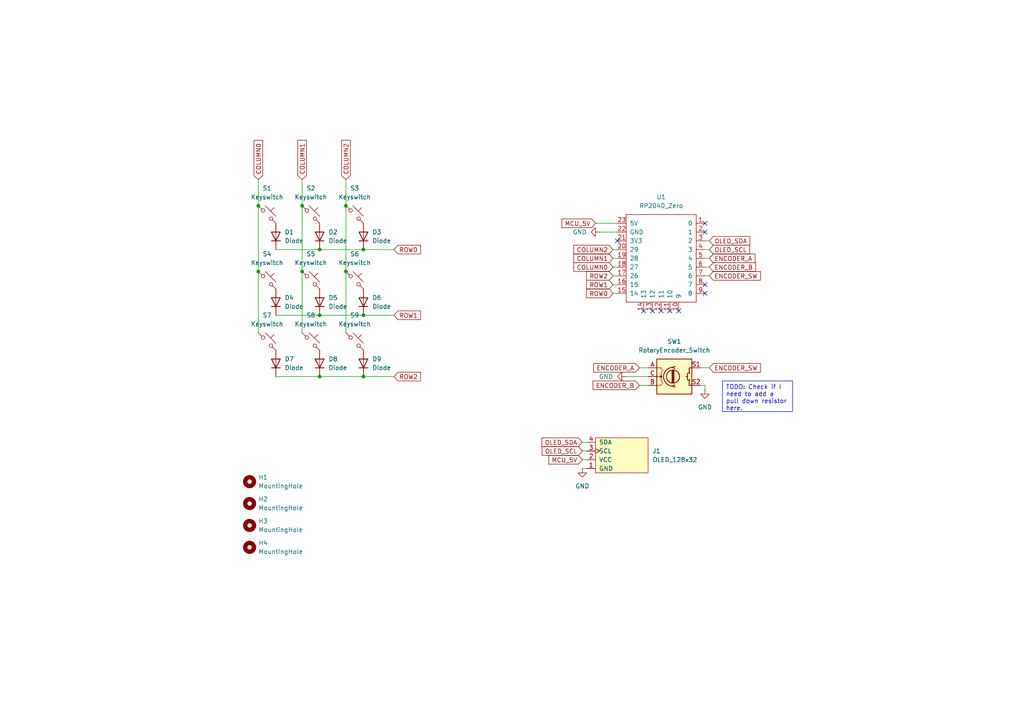
<source format=kicad_sch>
(kicad_sch (version 20231120) (generator "eeschema") (generator_version "8.0")
  (paper "A4")
  (title_block (title "CoryDora") (date "2024-03-08") (rev "0.1") (company "Balu's Lab"))
  (lib_symbols
    (symbol "Device:RotaryEncoder_Switch" (pin_names (offset 0.254) hide)
      (property "Reference" "SW" (at 0 6.604 0))
      (property "Value" "RotaryEncoder_Switch" (at 0 -6.604 0))
      (symbol "RotaryEncoder_Switch_0_1"
        (rectangle (start -5.08 5.08) (end 5.08 -5.08) (stroke (width 0.254)) (fill (type background)))
        (circle (center -3.81 0) (radius 0.254) (fill (type outline)))
        (circle (center -0.381 0) (radius 1.905) (stroke (width 0.254)))
        (arc (start -0.381 2.667) (mid -3.0988 -0.0635) (end -0.381 -2.794) (stroke (width 0.254)))
        (polyline (pts (xy -0.635 -1.778) (xy -0.635 1.778)) (stroke (width 0.254)))
        (polyline (pts (xy -0.381 -1.778) (xy -0.381 1.778)) (stroke (width 0.254)))
        (polyline (pts (xy -0.127 1.778) (xy -0.127 -1.778)) (stroke (width 0.254)))
        (polyline (pts (xy 3.81 0) (xy 3.429 0)) (stroke (width 0.254)))
        (polyline (pts (xy 3.81 1.016) (xy 3.81 -1.016)) (stroke (width 0.254)))
        (polyline (pts (xy -5.08 -2.54) (xy -3.81 -2.54) (xy -3.81 -2.032)))
        (polyline (pts (xy -5.08 2.54) (xy -3.81 2.54) (xy -3.81 2.032)))
        (polyline (pts (xy 0.254 -3.048) (xy -0.508 -2.794) (xy 0.127 -2.413)) (stroke (width 0.254)))
        (polyline (pts (xy 0.254 2.921) (xy -0.508 2.667) (xy 0.127 2.286)) (stroke (width 0.254)))
        (polyline (pts (xy 5.08 -2.54) (xy 4.318 -2.54) (xy 4.318 -1.016)) (stroke (width 0.254)))
        (polyline (pts (xy 5.08 2.54) (xy 4.318 2.54) (xy 4.318 1.016)) (stroke (width 0.254)))
        (polyline (pts (xy -5.08 0) (xy -3.81 0) (xy -3.81 -1.016) (xy -3.302 -2.032)))
        (polyline (pts (xy -4.318 0) (xy -3.81 0) (xy -3.81 1.016) (xy -3.302 2.032)))
        (circle (center 4.318 -1.016) (radius 0.127) (stroke (width 0.254)))
        (circle (center 4.318 1.016) (radius 0.127) (stroke (width 0.254)))
      )
      (symbol "RotaryEncoder_Switch_1_1"
        (pin passive line (at -7.62 2.54 0) (length 2.54) (name "A") (number "A"))
        (pin passive line (at -7.62 -2.54 0) (length 2.54) (name "B") (number "B"))
        (pin passive line (at -7.62 0 0) (length 2.54) (name "C") (number "C"))
        (pin passive line (at 7.62 2.54 180) (length 2.54) (name "S1") (number "S1"))
        (pin passive line (at 7.62 -2.54 180) (length 2.54) (name "S2") (number "S2"))
      )
    )
    (symbol "Mechanical:MountingHole" (pin_names (offset 1.016))
      (property "Reference" "H" (at 0 5.08 0))
      (property "Value" "MountingHole" (at 0 3.175 0))
      (symbol "MountingHole_0_1"
        (circle (center 0 0) (radius 1.27) (stroke (width 1.27)))
      )
    )
    (symbol "ScottoKeebs:MCU_RP2040_Zero" (pin_names (offset 1.016))
      (property "Reference" "U" (at 0 15.24 0))
      (property "Value" "RP2040_Zero" (at 0 12.7 0))
      (symbol "MCU_RP2040_Zero_0_1"
        (rectangle (start -10.16 11.43) (end 10.16 -13.97))
      )
      (symbol "MCU_RP2040_Zero_1_1"
        (pin bidirectional line (at 12.7 8.89 180) (length 2.54) (name "0") (number "1"))
        (pin bidirectional line (at 5.08 -16.51 90) (length 2.54) (name "9") (number "10"))
        (pin bidirectional line (at 2.54 -16.51 90) (length 2.54) (name "10") (number "11"))
        (pin bidirectional line (at 0 -16.51 90) (length 2.54) (name "11") (number "12"))
        (pin bidirectional line (at -2.54 -16.51 90) (length 2.54) (name "12") (number "13"))
        (pin bidirectional line (at -5.08 -16.51 90) (length 2.54) (name "13") (number "14"))
        (pin bidirectional line (at -12.7 -11.43 0) (length 2.54) (name "14") (number "15"))
        (pin bidirectional line (at -12.7 -8.89 0) (length 2.54) (name "15") (number "16"))
        (pin bidirectional line (at -12.7 -6.35 0) (length 2.54) (name "26") (number "17"))
        (pin bidirectional line (at -12.7 -3.81 0) (length 2.54) (name "27") (number "18"))
        (pin bidirectional line (at -12.7 -1.27 0) (length 2.54) (name "28") (number "19"))
        (pin bidirectional line (at 12.7 6.35 180) (length 2.54) (name "1") (number "2"))
        (pin bidirectional line (at -12.7 1.27 0) (length 2.54) (name "29") (number "20"))
        (pin power_out line (at -12.7 3.81 0) (length 2.54) (name "3V3") (number "21"))
        (pin power_out line (at -12.7 6.35 0) (length 2.54) (name "GND") (number "22"))
        (pin power_out line (at -12.7 8.89 0) (length 2.54) (name "5V") (number "23"))
        (pin bidirectional line (at 12.7 3.81 180) (length 2.54) (name "2") (number "3"))
        (pin bidirectional line (at 12.7 1.27 180) (length 2.54) (name "3") (number "4"))
        (pin bidirectional line (at 12.7 -1.27 180) (length 2.54) (name "4") (number "5"))
        (pin bidirectional line (at 12.7 -3.81 180) (length 2.54) (name "5") (number "6"))
        (pin bidirectional line (at 12.7 -6.35 180) (length 2.54) (name "6") (number "7"))
        (pin bidirectional line (at 12.7 -8.89 180) (length 2.54) (name "7") (number "8"))
        (pin bidirectional line (at 12.7 -11.43 180) (length 2.54) (name "8") (number "9"))
      )
    )
    (symbol "ScottoKeebs:OLED_128x32" (pin_names (offset 1.016))
      (property "Reference" "J" (at 0 -6.35 0))
      (property "Value" "OLED_128x32" (at 0 6.35 0))
      (symbol "OLED_128x32_0_1"
        (rectangle (start 0 5.08) (end 15.24 -5.08) (fill (type background)))
      )
      (symbol "OLED_128x32_1_1"
        (pin power_in line (at -2.54 -3.81 0) (length 2.54) (name "GND") (number "1"))
        (pin power_in line (at -2.54 -1.27 0) (length 2.54) (name "VCC") (number "2"))
        (pin input clock (at -2.54 1.27 0) (length 2.54) (name "SCL") (number "3"))
        (pin bidirectional line (at -2.54 3.81 0) (length 2.54) (name "SDA") (number "4"))
      )
    )
    (symbol "ScottoKeebs:Placeholder_Diode" (pin_numbers hide) (pin_names hide)
      (property "Reference" "D" (at 0 2.54 0))
      (property "Value" "Diode" (at 0 -2.54 0))
      (symbol "Placeholder_Diode_0_1"
        (polyline (pts (xy -1.27 1.27) (xy -1.27 -1.27)) (stroke (width 0.254)))
        (polyline (pts (xy 1.27 0) (xy -1.27 0)))
        (polyline (pts (xy 1.27 1.27) (xy 1.27 -1.27) (xy -1.27 0) (xy 1.27 1.27)) (stroke (width 0.254)))
      )
      (symbol "Placeholder_Diode_1_1"
        (pin passive line (at -3.81 0 0) (length 2.54) (name "K") (number "1"))
        (pin passive line (at 3.81 0 180) (length 2.54) (name "A") (number "2"))
      )
    )
    (symbol "ScottoKeebs:Placeholder_Keyswitch" (pin_numbers hide) (pin_names (offset 1.016) hide)
      (property "Reference" "S" (at 3.048 1.016 0))
      (property "Value" "Keyswitch" (at 0 -3.81 0))
      (symbol "Placeholder_Keyswitch_0_1"
        (circle (center -1.1684 1.1684) (radius 0.508))
        (polyline (pts (xy -0.508 2.54) (xy 2.54 -0.508)))
        (polyline (pts (xy 1.016 1.016) (xy 2.032 2.032)))
        (polyline (pts (xy -2.54 2.54) (xy -1.524 1.524) (xy -1.524 1.524)))
        (polyline (pts (xy 1.524 -1.524) (xy 2.54 -2.54) (xy 2.54 -2.54) (xy 2.54 -2.54)))
        (circle (center 1.143 -1.1938) (radius 0.508))
        (pin passive line (at -2.54 2.54 0) (length 0) (name "1") (number "1"))
        (pin passive line (at 2.54 -2.54 180) (length 0) (name "2") (number "2"))
      )
    )
    (symbol "power:GND" (power) (pin_numbers hide) (pin_names (offset 0) hide)
      (property "Value" "GND" (at 0 -3.81 0))
      (symbol "GND_0_1"
        (polyline (pts (xy 0 0) (xy 0 -1.27) (xy 1.27 -1.27) (xy 0 -2.54) (xy -1.27 -1.27) (xy 0 -1.27)))
      )
      (symbol "GND_1_1"
        (pin power_in line (at 0 0 270) (length 0) (name "~") (number "1"))
      )
    )
  )
  (junction (at 92.71 109.22))
  (junction (at 100.33 78.74))
  (junction (at 92.71 91.44))
  (junction (at 87.63 78.74))
  (junction (at 74.93 78.74))
  (junction (at 105.41 109.22))
  (junction (at 74.93 59.69))
  (junction (at 100.33 59.69))
  (junction (at 87.63 59.69))
  (junction (at 92.71 72.39))
  (junction (at 105.41 72.39))
  (junction (at 105.41 91.44))
  (no_connect (at 204.47 82.55))
  (no_connect (at 186.69 90.17))
  (no_connect (at 179.07 69.85))
  (no_connect (at 189.23 90.17))
  (no_connect (at 204.47 64.77))
  (no_connect (at 204.47 85.09))
  (no_connect (at 194.31 90.17))
  (no_connect (at 191.77 90.17))
  (no_connect (at 204.47 67.31))
  (no_connect (at 196.85 90.17))
  (wire (pts (xy 173.99 67.31) (xy 179.07 67.31)))
  (wire (pts (xy 181.61 109.22) (xy 187.96 109.22)))
  (wire (pts (xy 205.74 77.47) (xy 204.47 77.47)))
  (wire (pts (xy 205.74 80.01) (xy 204.47 80.01)))
  (wire (pts (xy 168.91 135.89) (xy 170.18 135.89)))
  (wire (pts (xy 168.91 130.81) (xy 170.18 130.81)))
  (wire (pts (xy 100.33 78.74) (xy 100.33 96.52)))
  (wire (pts (xy 205.74 72.39) (xy 204.47 72.39)))
  (wire (pts (xy 80.01 91.44) (xy 92.71 91.44)))
  (wire (pts (xy 87.63 52.07) (xy 87.63 59.69)))
  (wire (pts (xy 172.72 64.77) (xy 179.07 64.77)))
  (wire (pts (xy 114.3 109.22) (xy 105.41 109.22)))
  (wire (pts (xy 114.3 91.44) (xy 105.41 91.44)))
  (wire (pts (xy 87.63 78.74) (xy 87.63 96.52)))
  (wire (pts (xy 185.42 111.76) (xy 187.96 111.76)))
  (wire (pts (xy 177.8 72.39) (xy 179.07 72.39)))
  (wire (pts (xy 168.91 128.27) (xy 170.18 128.27)))
  (wire (pts (xy 80.01 109.22) (xy 92.71 109.22)))
  (wire (pts (xy 205.74 74.93) (xy 204.47 74.93)))
  (wire (pts (xy 205.74 106.68) (xy 203.2 106.68)))
  (wire (pts (xy 92.71 91.44) (xy 105.41 91.44)))
  (wire (pts (xy 177.8 82.55) (xy 179.07 82.55)))
  (wire (pts (xy 80.01 72.39) (xy 92.71 72.39)))
  (wire (pts (xy 92.71 72.39) (xy 105.41 72.39)))
  (wire (pts (xy 204.47 111.76) (xy 203.2 111.76)))
  (wire (pts (xy 168.91 133.35) (xy 170.18 133.35)))
  (wire (pts (xy 177.8 80.01) (xy 179.07 80.01)))
  (wire (pts (xy 74.93 59.69) (xy 74.93 78.74)))
  (wire (pts (xy 177.8 77.47) (xy 179.07 77.47)))
  (wire (pts (xy 92.71 109.22) (xy 105.41 109.22)))
  (wire (pts (xy 177.8 74.93) (xy 179.07 74.93)))
  (wire (pts (xy 204.47 113.03) (xy 204.47 111.76)))
  (wire (pts (xy 100.33 52.07) (xy 100.33 59.69)))
  (wire (pts (xy 74.93 78.74) (xy 74.93 96.52)))
  (wire (pts (xy 105.41 72.39) (xy 114.3 72.39)))
  (wire (pts (xy 100.33 59.69) (xy 100.33 78.74)))
  (wire (pts (xy 87.63 59.69) (xy 87.63 78.74)))
  (wire (pts (xy 205.74 69.85) (xy 204.47 69.85)))
  (wire (pts (xy 185.42 106.68) (xy 187.96 106.68)))
  (wire (pts (xy 177.8 85.09) (xy 179.07 85.09)))
  (wire (pts (xy 74.93 52.07) (xy 74.93 59.69)))
  (text_box "TODO: Check if I need to add a pull down resistor here.\n" (at 209.55 110.49 0) (size 20.32 8.89) (effects (font (size 1.27 1.27)) (justify left top)))
  (global_label "COLUMN0" (shape input) (at 74.93 52.07 90) (property "Intersheetrefs" "${INTERSHEET_REFS}" (effects (hide yes))))
  (global_label "COLUMN0" (shape input) (at 177.8 77.47 180) (property "Intersheetrefs" "${INTERSHEET_REFS}" (effects (hide yes))))
  (global_label "ROW0" (shape input) (at 177.8 85.09 180) (property "Intersheetrefs" "${INTERSHEET_REFS}" (effects (hide yes))))
  (global_label "ENCODER_SW" (shape input) (at 205.74 80.01 0) (property "Intersheetrefs" "${INTERSHEET_REFS}" (effects (hide yes))))
  (global_label "ENCODER_B" (shape input) (at 205.74 77.47 0) (property "Intersheetrefs" "${INTERSHEET_REFS}" (effects (hide yes))))
  (global_label "ENCODER_SW" (shape input) (at 205.74 106.68 0) (property "Intersheetrefs" "${INTERSHEET_REFS}" (effects (hide yes))))
  (global_label "COLUMN2" (shape input) (at 100.33 52.07 90) (property "Intersheetrefs" "${INTERSHEET_REFS}" (effects (hide yes))))
  (global_label "ROW1" (shape input) (at 177.8 82.55 180) (property "Intersheetrefs" "${INTERSHEET_REFS}" (effects (hide yes))))
  (global_label "OLED_SCL" (shape input) (at 168.91 130.81 180) (property "Intersheetrefs" "${INTERSHEET_REFS}" (effects (hide yes))))
  (global_label "ROW2" (shape input) (at 114.3 109.22 0) (property "Intersheetrefs" "${INTERSHEET_REFS}" (effects (hide yes))))
  (global_label "OLED_SDA" (shape input) (at 205.74 69.85 0) (property "Intersheetrefs" "${INTERSHEET_REFS}" (effects (hide yes))))
  (global_label "ROW0" (shape input) (at 114.3 72.39 0) (property "Intersheetrefs" "${INTERSHEET_REFS}" (effects (hide yes))))
  (global_label "COLUMN1" (shape input) (at 87.63 52.07 90) (property "Intersheetrefs" "${INTERSHEET_REFS}" (effects (hide yes))))
  (global_label "OLED_SDA" (shape input) (at 168.91 128.27 180) (property "Intersheetrefs" "${INTERSHEET_REFS}" (effects (hide yes))))
  (global_label "ROW2" (shape input) (at 177.8 80.01 180) (property "Intersheetrefs" "${INTERSHEET_REFS}" (effects (hide yes))))
  (global_label "MCU_5V" (shape input) (at 172.72 64.77 180) (property "Intersheetrefs" "${INTERSHEET_REFS}" (effects (hide yes))))
  (global_label "COLUMN1" (shape input) (at 177.8 74.93 180) (property "Intersheetrefs" "${INTERSHEET_REFS}" (effects (hide yes))))
  (global_label "MCU_5V" (shape input) (at 168.91 133.35 180) (property "Intersheetrefs" "${INTERSHEET_REFS}" (effects (hide yes))))
  (global_label "ENCODER_B" (shape input) (at 185.42 111.76 180) (property "Intersheetrefs" "${INTERSHEET_REFS}" (effects (hide yes))))
  (global_label "ROW1" (shape input) (at 114.3 91.44 0) (property "Intersheetrefs" "${INTERSHEET_REFS}" (effects (hide yes))))
  (global_label "OLED_SCL" (shape input) (at 205.74 72.39 0) (property "Intersheetrefs" "${INTERSHEET_REFS}" (effects (hide yes))))
  (global_label "COLUMN2" (shape input) (at 177.8 72.39 180) (property "Intersheetrefs" "${INTERSHEET_REFS}" (effects (hide yes))))
  (global_label "ENCODER_A" (shape input) (at 185.42 106.68 180) (property "Intersheetrefs" "${INTERSHEET_REFS}" (effects (hide yes))))
  (global_label "ENCODER_A" (shape input) (at 205.74 74.93 0) (property "Intersheetrefs" "${INTERSHEET_REFS}" (effects (hide yes))))
  (symbol (lib_id "power:GND") (at 173.99 67.31 270) (unit 1)
    (property "Reference" "#PWR02" (effects (hide yes)))
    (property "Value" "GND" (at 170.18 67.3099 90) (effects (justify right)))
    (property "Description" "Power symbol creates a global label with name \"GND\" , ground" (effects (hide yes)))
  )
  (symbol (lib_id "ScottoKeebs:Placeholder_Keyswitch") (at 90.17 99.06 0) (unit 1)
    (property "Reference" "S8" (at 90.17 91.44 0))
    (property "Value" "Keyswitch" (at 90.17 93.98 0))
    (property "Footprint" "ScottoKeebs_Hotswap:Hotswap_MX_Plated_1.00u" (effects (hide yes)))
    (property "Description" "Push button switch, normally open, two pins, 45° tilted" (effects (hide yes)))
  )
  (symbol (lib_id "power:GND") (at 181.61 109.22 270) (unit 1)
    (property "Reference" "#PWR03" (effects (hide yes)))
    (property "Value" "GND" (at 177.8 109.2199 90) (effects (justify right)))
    (property "Description" "Power symbol creates a global label with name \"GND\" , ground" (effects (hide yes)))
  )
  (symbol (lib_id "Mechanical:MountingHole") (at 72.39 139.7 0) (unit 1)
    (property "Reference" "H1" (at 74.93 138.4299 0) (effects (justify left)))
    (property "Value" "MountingHole" (at 74.93 140.9699 0) (effects (justify left)))
    (property "Footprint" "MountingHole:MountingHole_2.2mm_M2" (effects (hide yes)))
    (property "Description" "Mounting Hole without connection" (effects (hide yes)))
  )
  (symbol (lib_id "ScottoKeebs:Placeholder_Diode") (at 105.41 68.58 90) (unit 1)
    (property "Reference" "D3" (at 107.95 67.3099 90) (effects (justify right)))
    (property "Value" "Diode" (at 107.95 69.8499 90) (effects (justify right)))
    (property "Footprint" "ScottoKeebs_Components:Diode_DO-35" (effects (hide yes)))
    (property "Description" "1N4148 (DO-35) or 1N4148W (SOD-123)" (effects (hide yes)))
    (property "Sim.Device" "D" (effects (hide yes)))
    (property "Sim.Pins" "1=K 2=A" (effects (hide yes)))
  )
  (symbol (lib_id "ScottoKeebs:Placeholder_Keyswitch") (at 90.17 81.28 0) (unit 1)
    (property "Reference" "S5" (at 90.17 73.66 0))
    (property "Value" "Keyswitch" (at 90.17 76.2 0))
    (property "Footprint" "ScottoKeebs_Hotswap:Hotswap_MX_Plated_1.00u" (effects (hide yes)))
    (property "Description" "Push button switch, normally open, two pins, 45° tilted" (effects (hide yes)))
  )
  (symbol (lib_id "ScottoKeebs:Placeholder_Keyswitch") (at 90.17 62.23 0) (unit 1)
    (property "Reference" "S2" (at 90.17 54.61 0))
    (property "Value" "Keyswitch" (at 90.17 57.15 0))
    (property "Footprint" "ScottoKeebs_Hotswap:Hotswap_MX_Plated_1.00u" (effects (hide yes)))
    (property "Description" "Push button switch, normally open, two pins, 45° tilted" (effects (hide yes)))
  )
  (symbol (lib_id "ScottoKeebs:Placeholder_Diode") (at 80.01 68.58 90) (unit 1)
    (property "Reference" "D1" (at 82.55 67.3099 90) (effects (justify right)))
    (property "Value" "Diode" (at 82.55 69.8499 90) (effects (justify right)))
    (property "Footprint" "ScottoKeebs_Components:Diode_DO-35" (effects (hide yes)))
    (property "Description" "1N4148 (DO-35) or 1N4148W (SOD-123)" (effects (hide yes)))
    (property "Sim.Device" "D" (effects (hide yes)))
    (property "Sim.Pins" "1=K 2=A" (effects (hide yes)))
  )
  (symbol (lib_id "ScottoKeebs:Placeholder_Diode") (at 92.71 105.41 90) (unit 1)
    (property "Reference" "D8" (at 95.25 104.1399 90) (effects (justify right)))
    (property "Value" "Diode" (at 95.25 106.6799 90) (effects (justify right)))
    (property "Footprint" "ScottoKeebs_Components:Diode_DO-35" (effects (hide yes)))
    (property "Description" "1N4148 (DO-35) or 1N4148W (SOD-123)" (effects (hide yes)))
    (property "Sim.Device" "D" (effects (hide yes)))
    (property "Sim.Pins" "1=K 2=A" (effects (hide yes)))
  )
  (symbol (lib_id "ScottoKeebs:Placeholder_Keyswitch") (at 102.87 81.28 0) (unit 1)
    (property "Reference" "S6" (at 102.87 73.66 0))
    (property "Value" "Keyswitch" (at 102.87 76.2 0))
    (property "Footprint" "ScottoKeebs_Hotswap:Hotswap_MX_Plated_1.00u" (effects (hide yes)))
    (property "Description" "Push button switch, normally open, two pins, 45° tilted" (effects (hide yes)))
  )
  (symbol (lib_id "Mechanical:MountingHole") (at 72.39 158.75 0) (unit 1)
    (property "Reference" "H4" (at 74.93 157.4799 0) (effects (justify left)))
    (property "Value" "MountingHole" (at 74.93 160.0199 0) (effects (justify left)))
    (property "Footprint" "MountingHole:MountingHole_2.2mm_M2" (effects (hide yes)))
    (property "Description" "Mounting Hole without connection" (effects (hide yes)))
  )
  (symbol (lib_id "ScottoKeebs:Placeholder_Keyswitch") (at 77.47 99.06 0) (unit 1)
    (property "Reference" "S7" (at 77.47 91.44 0))
    (property "Value" "Keyswitch" (at 77.47 93.98 0))
    (property "Footprint" "ScottoKeebs_Hotswap:Hotswap_MX_Plated_1.00u" (effects (hide yes)))
    (property "Description" "Push button switch, normally open, two pins, 45° tilted" (effects (hide yes)))
  )
  (symbol (lib_id "ScottoKeebs:Placeholder_Diode") (at 105.41 87.63 90) (unit 1)
    (property "Reference" "D6" (at 107.95 86.3599 90) (effects (justify right)))
    (property "Value" "Diode" (at 107.95 88.8999 90) (effects (justify right)))
    (property "Footprint" "ScottoKeebs_Components:Diode_DO-35" (effects (hide yes)))
    (property "Description" "1N4148 (DO-35) or 1N4148W (SOD-123)" (effects (hide yes)))
    (property "Sim.Device" "D" (effects (hide yes)))
    (property "Sim.Pins" "1=K 2=A" (effects (hide yes)))
  )
  (symbol (lib_id "ScottoKeebs:Placeholder_Diode") (at 80.01 105.41 90) (unit 1)
    (property "Reference" "D7" (at 82.55 104.1399 90) (effects (justify right)))
    (property "Value" "Diode" (at 82.55 106.6799 90) (effects (justify right)))
    (property "Footprint" "ScottoKeebs_Components:Diode_DO-35" (effects (hide yes)))
    (property "Description" "1N4148 (DO-35) or 1N4148W (SOD-123)" (effects (hide yes)))
    (property "Sim.Device" "D" (effects (hide yes)))
    (property "Sim.Pins" "1=K 2=A" (effects (hide yes)))
  )
  (symbol (lib_id "power:GND") (at 168.91 135.89 0) (unit 1)
    (property "Reference" "#PWR01" (effects (hide yes)))
    (property "Value" "GND" (at 168.91 140.97 0))
    (property "Description" "Power symbol creates a global label with name \"GND\" , ground" (effects (hide yes)))
  )
  (symbol (lib_id "Mechanical:MountingHole") (at 72.39 146.05 0) (unit 1)
    (property "Reference" "H2" (at 74.93 144.7799 0) (effects (justify left)))
    (property "Value" "MountingHole" (at 74.93 147.3199 0) (effects (justify left)))
    (property "Footprint" "MountingHole:MountingHole_2.2mm_M2" (effects (hide yes)))
    (property "Description" "Mounting Hole without connection" (effects (hide yes)))
  )
  (symbol (lib_id "ScottoKeebs:Placeholder_Keyswitch") (at 77.47 81.28 0) (unit 1)
    (property "Reference" "S4" (at 77.47 73.66 0))
    (property "Value" "Keyswitch" (at 77.47 76.2 0))
    (property "Footprint" "ScottoKeebs_Hotswap:Hotswap_MX_Plated_1.00u" (effects (hide yes)))
    (property "Description" "Push button switch, normally open, two pins, 45° tilted" (effects (hide yes)))
  )
  (symbol (lib_id "ScottoKeebs:Placeholder_Diode") (at 92.71 68.58 90) (unit 1)
    (property "Reference" "D2" (at 95.25 67.3099 90) (effects (justify right)))
    (property "Value" "Diode" (at 95.25 69.8499 90) (effects (justify right)))
    (property "Footprint" "ScottoKeebs_Components:Diode_DO-35" (effects (hide yes)))
    (property "Description" "1N4148 (DO-35) or 1N4148W (SOD-123)" (effects (hide yes)))
    (property "Sim.Device" "D" (effects (hide yes)))
    (property "Sim.Pins" "1=K 2=A" (effects (hide yes)))
  )
  (symbol (lib_id "ScottoKeebs:Placeholder_Keyswitch") (at 102.87 99.06 0) (unit 1)
    (property "Reference" "S9" (at 102.87 91.44 0))
    (property "Value" "Keyswitch" (at 102.87 93.98 0))
    (property "Footprint" "ScottoKeebs_Hotswap:Hotswap_MX_Plated_1.00u" (effects (hide yes)))
    (property "Description" "Push button switch, normally open, two pins, 45° tilted" (effects (hide yes)))
  )
  (symbol (lib_id "Mechanical:MountingHole") (at 72.39 152.4 0) (unit 1)
    (property "Reference" "H3" (at 74.93 151.1299 0) (effects (justify left)))
    (property "Value" "MountingHole" (at 74.93 153.6699 0) (effects (justify left)))
    (property "Footprint" "MountingHole:MountingHole_2.2mm_M2" (effects (hide yes)))
    (property "Description" "Mounting Hole without connection" (effects (hide yes)))
  )
  (symbol (lib_id "Device:RotaryEncoder_Switch") (at 195.58 109.22 0) (unit 1)
    (property "Reference" "SW1" (at 195.58 99.06 0))
    (property "Value" "RotaryEncoder_Switch" (at 195.58 101.6 0))
    (property "Footprint" "Rotary_Encoder:RotaryEncoder_Alps_EC11E-Switch_Vertical_H20mm" (effects (hide yes)))
    (property "Description" "Rotary encoder, dual channel, incremental quadrate outputs, with switch" (effects (hide yes)))
  )
  (symbol (lib_id "ScottoKeebs:Placeholder_Keyswitch") (at 77.47 62.23 0) (unit 1)
    (property "Reference" "S1" (at 77.47 54.61 0))
    (property "Value" "Keyswitch" (at 77.47 57.15 0))
    (property "Footprint" "ScottoKeebs_Hotswap:Hotswap_MX_Plated_1.00u" (effects (hide yes)))
    (property "Description" "Push button switch, normally open, two pins, 45° tilted" (effects (hide yes)))
  )
  (symbol (lib_id "ScottoKeebs:Placeholder_Diode") (at 105.41 105.41 90) (unit 1)
    (property "Reference" "D9" (at 107.95 104.1399 90) (effects (justify right)))
    (property "Value" "Diode" (at 107.95 106.6799 90) (effects (justify right)))
    (property "Footprint" "ScottoKeebs_Components:Diode_DO-35" (effects (hide yes)))
    (property "Description" "1N4148 (DO-35) or 1N4148W (SOD-123)" (effects (hide yes)))
    (property "Sim.Device" "D" (effects (hide yes)))
    (property "Sim.Pins" "1=K 2=A" (effects (hide yes)))
  )
  (symbol (lib_id "ScottoKeebs:MCU_RP2040_Zero") (at 191.77 73.66 0) (unit 1)
    (property "Reference" "U1" (at 191.77 57.15 0))
    (property "Value" "RP2040_Zero" (at 191.77 59.69 0))
    (property "Footprint" "ScottoKeebs_MCU:RP2040_Zero" (effects (hide yes)))
  )
  (symbol (lib_id "power:GND") (at 204.47 113.03 0) (unit 1)
    (property "Reference" "#PWR04" (effects (hide yes)))
    (property "Value" "GND" (at 204.47 118.11 0))
    (property "Description" "Power symbol creates a global label with name \"GND\" , ground" (effects (hide yes)))
  )
  (symbol (lib_id "ScottoKeebs:Placeholder_Diode") (at 80.01 87.63 90) (unit 1)
    (property "Reference" "D4" (at 82.55 86.3599 90) (effects (justify right)))
    (property "Value" "Diode" (at 82.55 88.8999 90) (effects (justify right)))
    (property "Footprint" "ScottoKeebs_Components:Diode_DO-35" (effects (hide yes)))
    (property "Description" "1N4148 (DO-35) or 1N4148W (SOD-123)" (effects (hide yes)))
    (property "Sim.Device" "D" (effects (hide yes)))
    (property "Sim.Pins" "1=K 2=A" (effects (hide yes)))
  )
  (symbol (lib_id "ScottoKeebs:Placeholder_Keyswitch") (at 102.87 62.23 0) (unit 1)
    (property "Reference" "S3" (at 102.87 54.61 0))
    (property "Value" "Keyswitch" (at 102.87 57.15 0))
    (property "Footprint" "ScottoKeebs_Hotswap:Hotswap_MX_Plated_1.00u" (effects (hide yes)))
    (property "Description" "Push button switch, normally open, two pins, 45° tilted" (effects (hide yes)))
  )
  (symbol (lib_id "ScottoKeebs:OLED_128x32") (at 172.72 132.08 0) (unit 1)
    (property "Reference" "J1" (at 189.23 130.8099 0) (effects (justify left)))
    (property "Value" "OLED_128x32" (at 189.23 133.3499 0) (effects (justify left)))
    (property "Footprint" "ScottoKeebs_Components:OLED_128x32" (effects (hide yes)))
  )
  (symbol (lib_id "ScottoKeebs:Placeholder_Diode") (at 92.71 87.63 90) (unit 1)
    (property "Reference" "D5" (at 95.25 86.3599 90) (effects (justify right)))
    (property "Value" "Diode" (at 95.25 88.8999 90) (effects (justify right)))
    (property "Footprint" "ScottoKeebs_Components:Diode_DO-35" (effects (hide yes)))
    (property "Description" "1N4148 (DO-35) or 1N4148W (SOD-123)" (effects (hide yes)))
    (property "Sim.Device" "D" (effects (hide yes)))
    (property "Sim.Pins" "1=K 2=A" (effects (hide yes)))
  )
)
</source>
